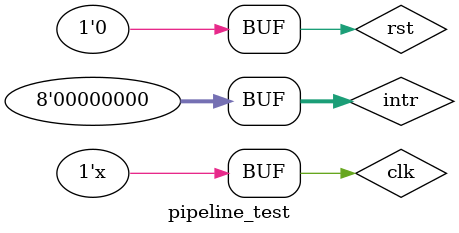
<source format=v>
`timescale 1ns / 1ps


module pipeline_test();

reg clk,rst;
reg [7:0] intr;
wire [31:0] mem_pc;

pipeline inst_pipeline (clk,rst,intr,mem_pc);
reg [31:0] mem_pc_reg;
initial begin
    mem_pc_reg = 32'd0;
    rst = 1;
    clk = 1;
    intr = 8'd0;
    #20;
    rst = 0;
end

always begin
    #5;
    clk = ~clk;
    if(clk && mem_pc != mem_pc_reg) begin
        $display("pc : 0x%x, %d",mem_pc[31:0],mem_pc[31:0]);
        mem_pc_reg <= mem_pc;
    end
end

endmodule

</source>
